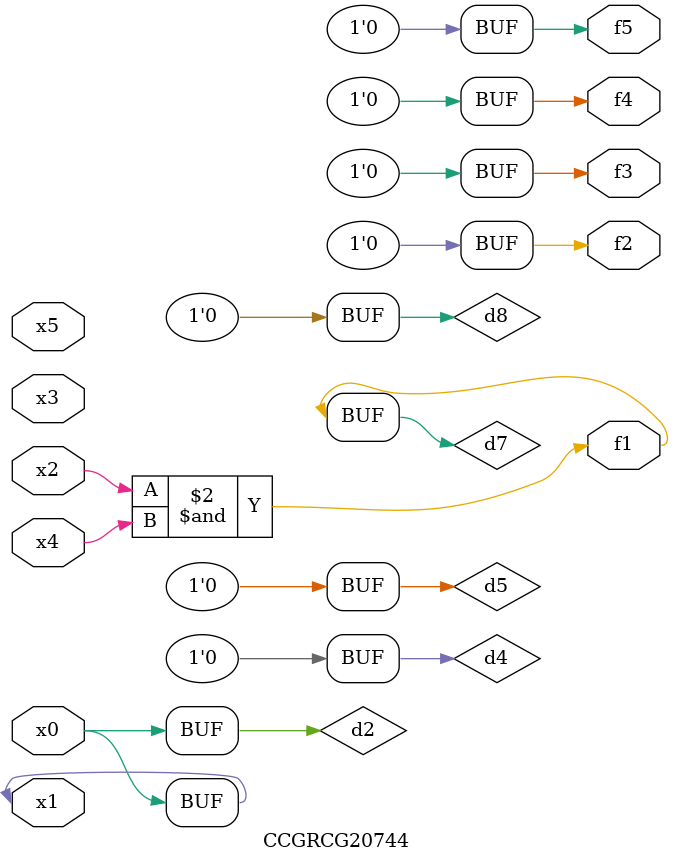
<source format=v>
module CCGRCG20744(
	input x0, x1, x2, x3, x4, x5,
	output f1, f2, f3, f4, f5
);

	wire d1, d2, d3, d4, d5, d6, d7, d8, d9;

	nand (d1, x1);
	buf (d2, x0, x1);
	nand (d3, x2, x4);
	and (d4, d1, d2);
	and (d5, d1, d2);
	nand (d6, d1, d3);
	not (d7, d3);
	xor (d8, d5);
	nor (d9, d5, d6);
	assign f1 = d7;
	assign f2 = d8;
	assign f3 = d8;
	assign f4 = d8;
	assign f5 = d8;
endmodule

</source>
